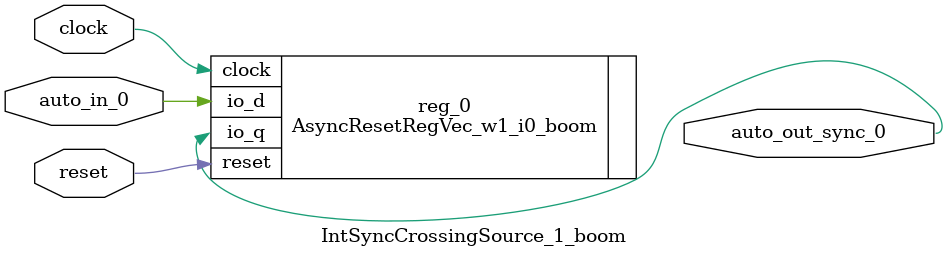
<source format=sv>
`ifndef RANDOMIZE
  `ifdef RANDOMIZE_REG_INIT
    `define RANDOMIZE
  `endif // RANDOMIZE_REG_INIT
`endif // not def RANDOMIZE
`ifndef RANDOMIZE
  `ifdef RANDOMIZE_MEM_INIT
    `define RANDOMIZE
  `endif // RANDOMIZE_MEM_INIT
`endif // not def RANDOMIZE

`ifndef RANDOM
  `define RANDOM $random
`endif // not def RANDOM

// Users can define 'PRINTF_COND' to add an extra gate to prints.
`ifndef PRINTF_COND_
  `ifdef PRINTF_COND
    `define PRINTF_COND_ (`PRINTF_COND)
  `else  // PRINTF_COND
    `define PRINTF_COND_ 1
  `endif // PRINTF_COND
`endif // not def PRINTF_COND_

// Users can define 'ASSERT_VERBOSE_COND' to add an extra gate to assert error printing.
`ifndef ASSERT_VERBOSE_COND_
  `ifdef ASSERT_VERBOSE_COND
    `define ASSERT_VERBOSE_COND_ (`ASSERT_VERBOSE_COND)
  `else  // ASSERT_VERBOSE_COND
    `define ASSERT_VERBOSE_COND_ 1
  `endif // ASSERT_VERBOSE_COND
`endif // not def ASSERT_VERBOSE_COND_

// Users can define 'STOP_COND' to add an extra gate to stop conditions.
`ifndef STOP_COND_
  `ifdef STOP_COND
    `define STOP_COND_ (`STOP_COND)
  `else  // STOP_COND
    `define STOP_COND_ 1
  `endif // STOP_COND
`endif // not def STOP_COND_

// Users can define INIT_RANDOM as general code that gets injected into the
// initializer block for modules with registers.
`ifndef INIT_RANDOM
  `define INIT_RANDOM
`endif // not def INIT_RANDOM

// If using random initialization, you can also define RANDOMIZE_DELAY to
// customize the delay used, otherwise 0.002 is used.
`ifndef RANDOMIZE_DELAY
  `define RANDOMIZE_DELAY 0.002
`endif // not def RANDOMIZE_DELAY

// Define INIT_RANDOM_PROLOG_ for use in our modules below.
`ifndef INIT_RANDOM_PROLOG_
  `ifdef RANDOMIZE
    `ifdef VERILATOR
      `define INIT_RANDOM_PROLOG_ `INIT_RANDOM
    `else  // VERILATOR
      `define INIT_RANDOM_PROLOG_ `INIT_RANDOM #`RANDOMIZE_DELAY begin end
    `endif // VERILATOR
  `else  // RANDOMIZE
    `define INIT_RANDOM_PROLOG_
  `endif // RANDOMIZE
`endif // not def INIT_RANDOM_PROLOG_

module IntSyncCrossingSource_1_boom(
  input  clock,
         reset,
         auto_in_0,
  output auto_out_sync_0
);

  AsyncResetRegVec_w1_i0_boom reg_0 (	// @[AsyncResetReg.scala:88:21]
    .clock (clock),
    .reset (reset),
    .io_d  (auto_in_0),
    .io_q  (auto_out_sync_0)
  );
endmodule


</source>
